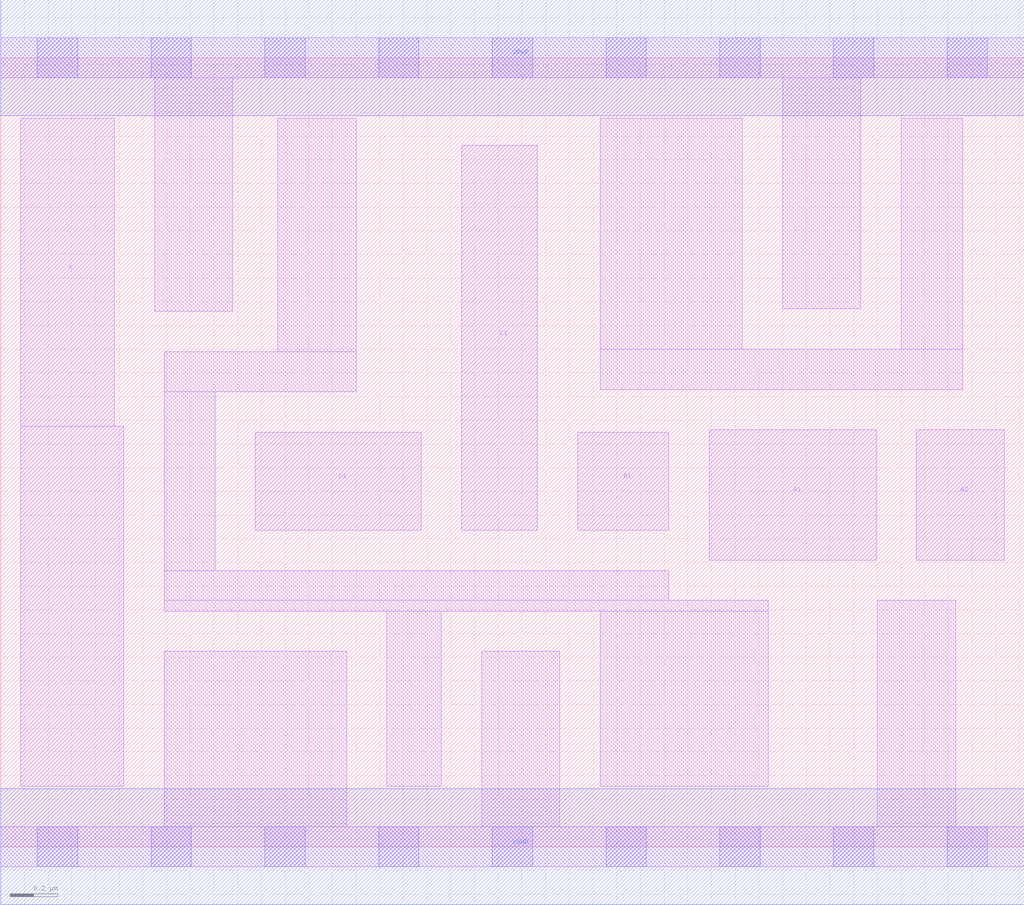
<source format=lef>
# Copyright 2020 The SkyWater PDK Authors
#
# Licensed under the Apache License, Version 2.0 (the "License");
# you may not use this file except in compliance with the License.
# You may obtain a copy of the License at
#
#     https://www.apache.org/licenses/LICENSE-2.0
#
# Unless required by applicable law or agreed to in writing, software
# distributed under the License is distributed on an "AS IS" BASIS,
# WITHOUT WARRANTIES OR CONDITIONS OF ANY KIND, either express or implied.
# See the License for the specific language governing permissions and
# limitations under the License.
#
# SPDX-License-Identifier: Apache-2.0

VERSION 5.7 ;
  NOWIREEXTENSIONATPIN ON ;
  DIVIDERCHAR "/" ;
  BUSBITCHARS "[]" ;
UNITS
  DATABASE MICRONS 200 ;
END UNITS
MACRO sky130_fd_sc_lp__a2111o_1
  CLASS CORE ;
  FOREIGN sky130_fd_sc_lp__a2111o_1 ;
  ORIGIN  0.000000  0.000000 ;
  SIZE  4.320000 BY  3.330000 ;
  SYMMETRY X Y R90 ;
  SITE unit ;
  PIN A1
    ANTENNAGATEAREA  0.315000 ;
    DIRECTION INPUT ;
    USE SIGNAL ;
    PORT
      LAYER li1 ;
        RECT 2.990000 1.210000 3.695000 1.760000 ;
    END
  END A1
  PIN A2
    ANTENNAGATEAREA  0.315000 ;
    DIRECTION INPUT ;
    USE SIGNAL ;
    PORT
      LAYER li1 ;
        RECT 3.865000 1.210000 4.235000 1.760000 ;
    END
  END A2
  PIN B1
    ANTENNAGATEAREA  0.315000 ;
    DIRECTION INPUT ;
    USE SIGNAL ;
    PORT
      LAYER li1 ;
        RECT 2.435000 1.335000 2.820000 1.750000 ;
    END
  END B1
  PIN C1
    ANTENNAGATEAREA  0.315000 ;
    DIRECTION INPUT ;
    USE SIGNAL ;
    PORT
      LAYER li1 ;
        RECT 1.945000 1.335000 2.265000 2.960000 ;
    END
  END C1
  PIN D1
    ANTENNAGATEAREA  0.315000 ;
    DIRECTION INPUT ;
    USE SIGNAL ;
    PORT
      LAYER li1 ;
        RECT 1.075000 1.335000 1.775000 1.750000 ;
    END
  END D1
  PIN X
    ANTENNADIFFAREA  0.556500 ;
    DIRECTION OUTPUT ;
    USE SIGNAL ;
    PORT
      LAYER li1 ;
        RECT 0.085000 0.255000 0.520000 1.775000 ;
        RECT 0.085000 1.775000 0.480000 3.075000 ;
    END
  END X
  PIN VGND
    DIRECTION INOUT ;
    USE GROUND ;
    PORT
      LAYER met1 ;
        RECT 0.000000 -0.245000 4.320000 0.245000 ;
    END
  END VGND
  PIN VPWR
    DIRECTION INOUT ;
    USE POWER ;
    PORT
      LAYER met1 ;
        RECT 0.000000 3.085000 4.320000 3.575000 ;
    END
  END VPWR
  OBS
    LAYER li1 ;
      RECT 0.000000 -0.085000 4.320000 0.085000 ;
      RECT 0.000000  3.245000 4.320000 3.415000 ;
      RECT 0.650000  2.260000 0.980000 3.245000 ;
      RECT 0.690000  0.085000 1.460000 0.825000 ;
      RECT 0.690000  0.995000 3.240000 1.040000 ;
      RECT 0.690000  1.040000 2.820000 1.165000 ;
      RECT 0.690000  1.165000 0.905000 1.920000 ;
      RECT 0.690000  1.920000 1.500000 2.090000 ;
      RECT 1.170000  2.090000 1.500000 3.075000 ;
      RECT 1.630000  0.255000 1.860000 0.995000 ;
      RECT 2.030000  0.085000 2.360000 0.825000 ;
      RECT 2.530000  0.255000 3.240000 0.995000 ;
      RECT 2.530000  1.930000 4.060000 2.100000 ;
      RECT 2.530000  2.100000 3.130000 3.075000 ;
      RECT 3.300000  2.270000 3.630000 3.245000 ;
      RECT 3.700000  0.085000 4.030000 1.040000 ;
      RECT 3.800000  2.100000 4.060000 3.075000 ;
    LAYER mcon ;
      RECT 0.155000 -0.085000 0.325000 0.085000 ;
      RECT 0.155000  3.245000 0.325000 3.415000 ;
      RECT 0.635000 -0.085000 0.805000 0.085000 ;
      RECT 0.635000  3.245000 0.805000 3.415000 ;
      RECT 1.115000 -0.085000 1.285000 0.085000 ;
      RECT 1.115000  3.245000 1.285000 3.415000 ;
      RECT 1.595000 -0.085000 1.765000 0.085000 ;
      RECT 1.595000  3.245000 1.765000 3.415000 ;
      RECT 2.075000 -0.085000 2.245000 0.085000 ;
      RECT 2.075000  3.245000 2.245000 3.415000 ;
      RECT 2.555000 -0.085000 2.725000 0.085000 ;
      RECT 2.555000  3.245000 2.725000 3.415000 ;
      RECT 3.035000 -0.085000 3.205000 0.085000 ;
      RECT 3.035000  3.245000 3.205000 3.415000 ;
      RECT 3.515000 -0.085000 3.685000 0.085000 ;
      RECT 3.515000  3.245000 3.685000 3.415000 ;
      RECT 3.995000 -0.085000 4.165000 0.085000 ;
      RECT 3.995000  3.245000 4.165000 3.415000 ;
  END
END sky130_fd_sc_lp__a2111o_1
END LIBRARY

</source>
